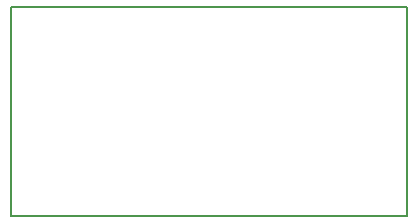
<source format=gm1>
G04 MADE WITH FRITZING*
G04 WWW.FRITZING.ORG*
G04 DOUBLE SIDED*
G04 HOLES PLATED*
G04 CONTOUR ON CENTER OF CONTOUR VECTOR*
%ASAXBY*%
%FSLAX23Y23*%
%MOIN*%
%OFA0B0*%
%SFA1.0B1.0*%
%ADD10R,1.328370X0.706543*%
%ADD11C,0.008000*%
%ADD10C,0.008*%
%LNCONTOUR*%
G90*
G70*
G54D10*
G54D11*
X4Y703D02*
X1324Y703D01*
X1324Y4D01*
X4Y4D01*
X4Y703D01*
D02*
G04 End of contour*
M02*
</source>
